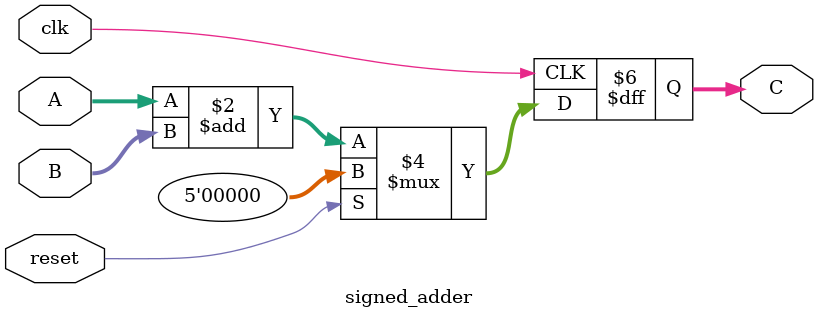
<source format=v>
module signed_adder (
    input clk,
    input reset,
    input signed [3:0] A,
    input signed [3:0] B,
    output reg signed [4:0] C
);

  always @(posedge clk) begin
    if (reset) C <= 5'b0;
    else C <= A + B;
  end

endmodule

</source>
